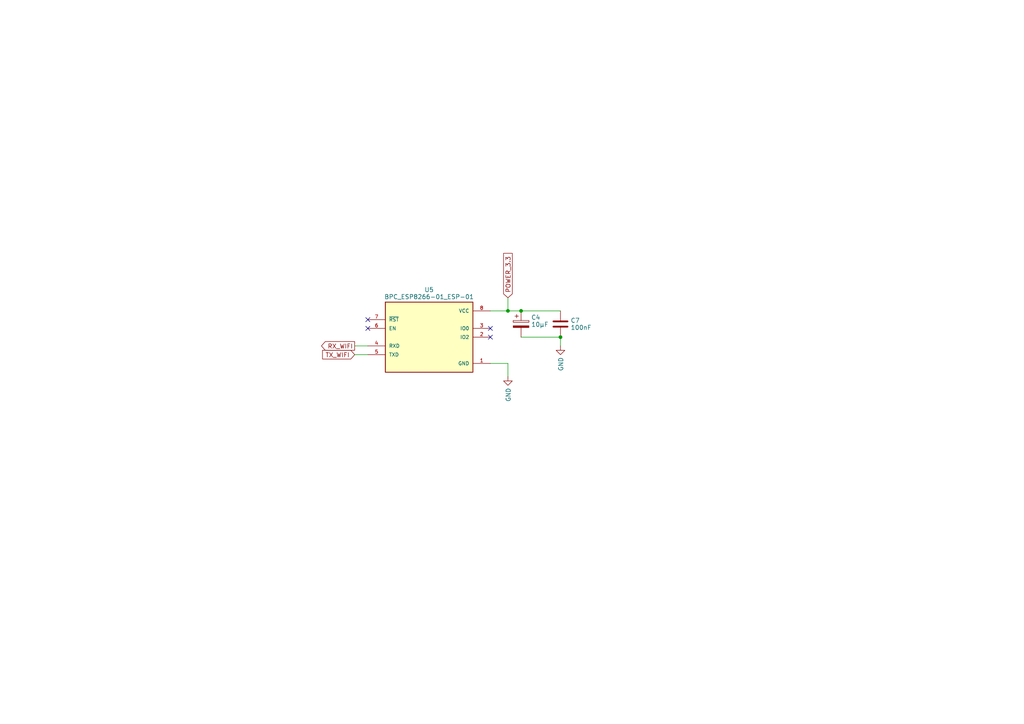
<source format=kicad_sch>
(kicad_sch (version 20230121) (generator eeschema)
  (paper "A4")
  (lib_symbols
    (symbol "Device:C" (pin_numbers hide) (pin_names (offset 0.254))
      (property "Reference" "C" (at 0.635 2.54 0))
      (property "Value" "C" (at 0.635 -2.54 0))
      (symbol "C_0_1"
        (polyline (pts (xy -2.032 -0.762) (xy 2.032 -0.762)) (stroke (width 0.508)))
        (polyline (pts (xy -2.032 0.762) (xy 2.032 0.762)) (stroke (width 0.508)))
      )
      (symbol "C_1_1"
        (pin passive line (at 0 3.81 270) (length 2.794) (name "~") (number "1"))
        (pin passive line (at 0 -3.81 90) (length 2.794) (name "~") (number "2"))
      )
    )
    (symbol "Device:C_Polarized" (pin_numbers hide) (pin_names (offset 0.254))
      (property "Reference" "C" (at 0.635 2.54 0))
      (property "Value" "C_Polarized" (at 0.635 -2.54 0))
      (symbol "C_Polarized_0_1"
        (rectangle (start -2.286 0.508) (end 2.286 1.016))
        (polyline (pts (xy -1.778 2.286) (xy -0.762 2.286)))
        (polyline (pts (xy -1.27 2.794) (xy -1.27 1.778)))
        (rectangle (start 2.286 -0.508) (end -2.286 -1.016) (fill (type outline)))
      )
      (symbol "C_Polarized_1_1"
        (pin passive line (at 0 3.81 270) (length 2.794) (name "~") (number "1"))
        (pin passive line (at 0 -3.81 90) (length 2.794) (name "~") (number "2"))
      )
    )
    (symbol "bpc:BPC_ESP8266-01_ESP-01" (pin_names (offset 1.016))
      (property "Reference" "U" (at -12.7 10.668 0))
      (property "Value" "BPC_ESP8266-01_ESP-01" (at -12.7254 -12.7254 0))
      (symbol "BPC_ESP8266-01_ESP-01_0_0"
        (rectangle (start -12.7 -10.16) (end 12.7 10.16) (stroke (width 0.254)) (fill (type background)))
        (pin power_in line (at 17.78 -7.62 180) (length 5.08) (name "GND") (number "1"))
        (pin bidirectional line (at 17.78 0 180) (length 5.08) (name "IO2") (number "2"))
        (pin bidirectional line (at 17.78 2.54 180) (length 5.08) (name "IO0") (number "3"))
        (pin input line (at -17.78 -2.54 0) (length 5.08) (name "RXD") (number "4"))
        (pin output line (at -17.78 -5.08 0) (length 5.08) (name "TXD") (number "5"))
        (pin input line (at -17.78 2.54 0) (length 5.08) (name "EN") (number "6"))
        (pin input line (at -17.78 5.08 0) (length 5.08) (name "~{RST}") (number "7"))
        (pin power_in line (at 17.78 7.62 180) (length 5.08) (name "VCC") (number "8"))
      )
    )
    (symbol "power:GND" (power) (pin_names (offset 0))
      (property "Value" "GND" (at 0 -3.81 0))
      (symbol "GND_0_1"
        (polyline (pts (xy 0 0) (xy 0 -1.27) (xy 1.27 -1.27) (xy 0 -2.54) (xy -1.27 -1.27) (xy 0 -1.27)))
      )
      (symbol "GND_1_1"
        (pin power_in line (at 0 0 270) (length 0) hide (name "GND") (number "1"))
      )
    )
  )
  (junction (at 147.32 90.17))
  (junction (at 151.13 90.17))
  (junction (at 162.56 97.79))
  (no_connect (at 142.24 95.25))
  (no_connect (at 106.68 95.25))
  (no_connect (at 106.68 92.71))
  (no_connect (at 142.24 97.79))
  (wire (pts (xy 147.32 90.17) (xy 151.13 90.17)))
  (wire (pts (xy 151.13 90.17) (xy 162.56 90.17)))
  (wire (pts (xy 142.24 105.41) (xy 147.32 105.41)))
  (wire (pts (xy 151.13 97.79) (xy 162.56 97.79)))
  (wire (pts (xy 142.24 90.17) (xy 147.32 90.17)))
  (wire (pts (xy 102.87 102.87) (xy 106.68 102.87)))
  (wire (pts (xy 162.56 97.79) (xy 162.56 100.33)))
  (wire (pts (xy 147.32 105.41) (xy 147.32 109.22)))
  (wire (pts (xy 102.87 100.33) (xy 106.68 100.33)))
  (wire (pts (xy 147.32 90.17) (xy 147.32 86.36)))
  (global_label "TX_WIFI" (shape input) (at 102.87 102.87 180) (property "Intersheetrefs" "${INTERSHEET_REFS}" (effects hide)))
  (global_label "POWER_3.3" (shape input) (at 147.32 86.36 90) (property "Intersheetrefs" "${INTERSHEET_REFS}" (effects hide)))
  (global_label "RX_WIFI" (shape output) (at 102.87 100.33 180) (property "Intersheetrefs" "${INTERSHEET_REFS}" (effects hide)))
  (symbol (lib_id "power:GND") (at 147.32 109.22 0) (unit 1)
    (property "Reference" "#PWR020" (effects hide))
    (property "Value" "GND" (at 147.447 112.4712 90) (effects (justify right)))
    (instances (project "board_rs485_master" (path "" (reference "#PWR020") (unit 1)) (path "" (reference "#PWR020") (unit 1)) (path "" (reference "#PWR018") (unit 1))))
  )
  (symbol (lib_id "Device:C_Polarized") (at 151.13 93.98 0) (unit 1)
    (property "Reference" "C4" (at 154.051 92.067 0) (effects (justify left)))
    (property "Value" "10µF" (at 154.051 94.115 0) (effects (justify left)))
    (property "Footprint" "Capacitor_THT:CP_Radial_D4.0mm_P2.00mm" (effects hide))
    (instances (project "board_rs485_master" (path "" (reference "C4") (unit 1)) (path "" (reference "C8") (unit 1)) (path "" (reference "C1") (unit 1))))
  )
  (symbol (lib_id "power:GND") (at 162.56 100.33 0) (unit 1)
    (property "Reference" "#PWR020" (effects hide))
    (property "Value" "GND" (at 162.687 103.5812 90) (effects (justify right)))
    (instances (project "board_rs485_master" (path "" (reference "#PWR020") (unit 1)) (path "" (reference "#PWR020") (unit 1)) (path "" (reference "#PWR017") (unit 1))))
  )
  (symbol (lib_id "bpc:BPC_ESP8266-01_ESP-01") (at 124.46 97.79 0) (unit 1)
    (property "Reference" "U5" (at 124.46 84.05 0))
    (property "Value" "BPC_ESP8266-01_ESP-01" (at 124.46 86.098 0))
    (property "Footprint" "bpc:BPC_XCVR_ESP8266-01_ESP-01" (effects hide))
    (property "MAXIMUM_PACKAGE_HEIGHT" "11.2 mm" (effects hide))
    (property "PARTREV" "V1.2" (effects hide))
    (property "STANDARD" "Manufacturer recommendations or IPC 7351B" (effects hide))
    (property "MANUFACTURER" "AI-Thinker" (effects hide))
    (instances (project "board_rs485_master" (path "" (reference "U5") (unit 1)) (path "" (reference "U5") (unit 1)) (path "" (reference "U3") (unit 1))))
  )
  (symbol (lib_id "Device:C") (at 162.56 93.98 0) (unit 1)
    (property "Reference" "C7" (at 165.481 92.956 0) (effects (justify left)))
    (property "Value" "100nF" (at 165.481 95.004 0) (effects (justify left)))
    (property "Footprint" "Capacitor_THT:C_Disc_D5.0mm_W2.5mm_P2.50mm" (effects hide))
    (instances (project "board_rs485_master" (path "" (reference "C7") (unit 1)) (path "" (reference "C2") (unit 1))))
  )
)
</source>
